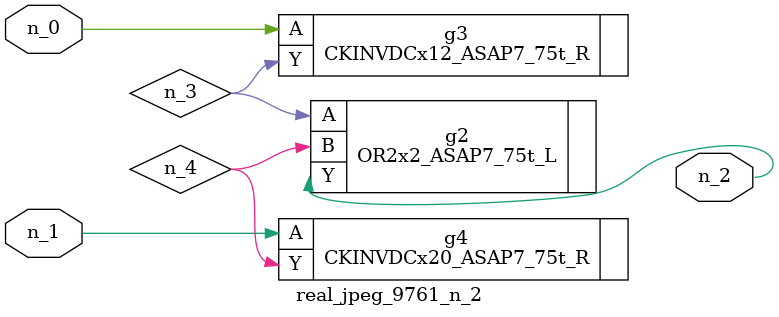
<source format=v>
module real_jpeg_9761_n_2 (n_1, n_0, n_2);

input n_1;
input n_0;

output n_2;

wire n_4;
wire n_3;

CKINVDCx12_ASAP7_75t_R g3 ( 
.A(n_0),
.Y(n_3)
);

CKINVDCx20_ASAP7_75t_R g4 ( 
.A(n_1),
.Y(n_4)
);

OR2x2_ASAP7_75t_L g2 ( 
.A(n_3),
.B(n_4),
.Y(n_2)
);


endmodule
</source>
